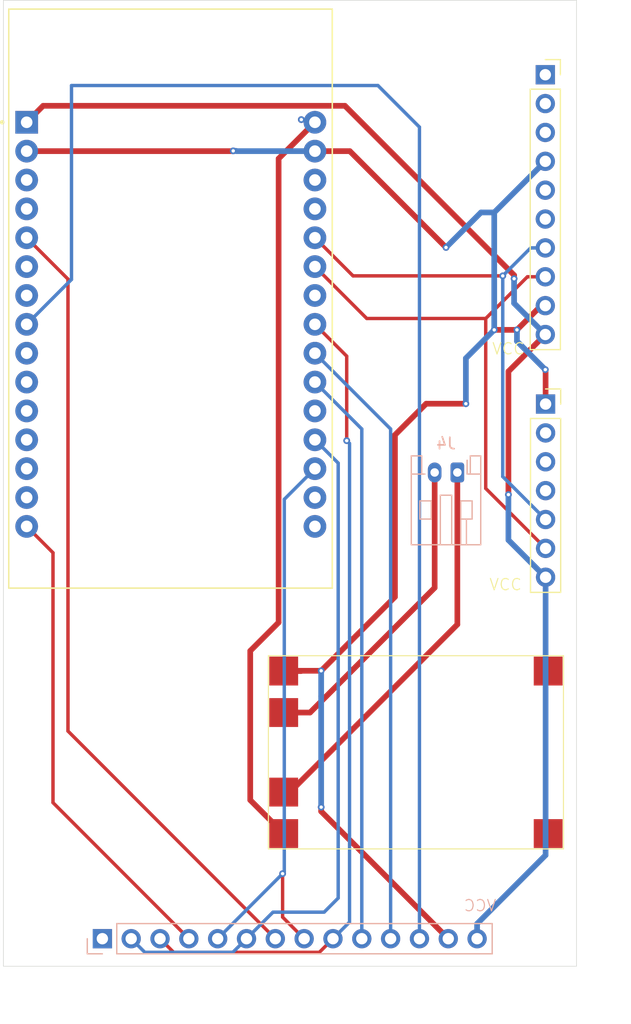
<source format=kicad_pcb>
(kicad_pcb (version 20240108) (generator "pcbnew") (generator_version "8.0")
  (layers (0 "F.Cu" signal) (31 "B.Cu" signal) (34 "B.Paste" user) (35 "F.Paste" user) (36 "B.SilkS" user "B.Silkscreen") (37 "F.SilkS" user "F.Silkscreen") (38 "B.Mask" user) (39 "F.Mask" user) (44 "Edge.Cuts" user))
  (net 0 "")
  (net 28 "/SCL")
  (net 29 "/GND")
  (net 30 "/3v3")
  (net 31 "/SDA")
  (net 32 "/MISO")
  (net 33 "/SCLK")
  (net 34 "/T_CS")
  (net 35 "/RESET")
  (net 36 "/MOSI")
  (net 37 "/DC")
  (net 38 "/CS")
  (net 39 "/BACKLIGHT")
  (net 40 "/B+")
  (net 41 "/B-")
  (net 42 "/BATOUT")
  (footprint "TP4056:TP4056" (layer "F.Cu") (at 134.1 103.925 -90)
    (property "Reference" "U2" (hide yes))
    (property "Value" "TP4056")
    (fp_line (start 0 0) (end 17 0) (stroke (width 0.1)) (layer "F.SilkS"))
    (fp_line (start 17 0) (end 17 -26) (stroke (width 0.1)) (layer "F.SilkS"))
    (fp_line (start 0 -26) (end 0 0) (stroke (width 0.1)) (layer "F.SilkS"))
    (fp_line (start 17 -26) (end 0 -26) (stroke (width 0.1)) (layer "F.SilkS"))
    (pad "B+" smd rect (at 12 -1.35 270) (size 2.54 2.54) (layers "F.Cu" "F.Paste" "F.Mask") (net 40 "/B+"))
    (pad "B-" smd rect (at 5 -1.35 270) (size 2.54 2.54) (layers "F.Cu" "F.Paste" "F.Mask") (net 41 "/B-"))
    (pad "IN+" smd rect (at 15.65 -24.65 270) (size 2.54 2.54) (layers "F.Cu" "F.Paste" "F.Mask"))
    (pad "IN-" smd rect (at 1.35 -24.65 270) (size 2.54 2.54) (layers "F.Cu" "F.Paste" "F.Mask"))
    (pad "OUT+" smd rect (at 15.65 -1.35 270) (size 2.54 2.54) (layers "F.Cu" "F.Paste" "F.Mask") (net 42 "/BATOUT"))
    (pad "OUT-" smd rect (at 1.35 -1.35 270) (size 2.54 2.54) (layers "F.Cu" "F.Paste" "F.Mask") (net 29 "/GND"))
  )
  (footprint "ESP32-DEVKIT-V1:MODULE_ESP32_DEVKIT_V1" (layer "F.Cu") (at 125.5 72.5)
    (property "Reference" "U1" (hide yes))
    (property "Value" "ESP32-DEVKIT-V1")
    (fp_line (start -14.28 -25.475) (end -3.211 -25.475) (stroke (width 0.127)) (layer "F.SilkS"))
    (fp_line (start -14.28 -25.475) (end 14.23 -25.475) (stroke (width 0.127)) (layer "F.SilkS"))
    (fp_line (start -14.28 25.475) (end -14.28 -25.475) (stroke (width 0.127)) (layer "F.SilkS"))
    (fp_line (start -14.28 25.475) (end -14.28 -25.475) (stroke (width 0.127)) (layer "F.SilkS"))
    (fp_line (start -14.28 25.475) (end -8.91 25.475) (stroke (width 0.127)) (layer "F.SilkS"))
    (fp_line (start -8.91 25.475) (end 8.78 25.475) (stroke (width 0.127)) (layer "F.SilkS"))
    (fp_line (start -3.211 -25.475) (end 3.5 -25.475) (stroke (width 0.127)) (layer "F.SilkS"))
    (fp_line (start 3.5 -25.475) (end 14.23 -25.475) (stroke (width 0.127)) (layer "F.SilkS"))
    (fp_line (start 8.78 25.475) (end 14.23 25.475) (stroke (width 0.127)) (layer "F.SilkS"))
    (fp_line (start 14.23 -25.475) (end 14.23 25.475) (stroke (width 0.127)) (layer "F.SilkS"))
    (fp_line (start 14.23 -25.475) (end 14.23 25.475) (stroke (width 0.127)) (layer "F.SilkS"))
    (fp_line (start 14.23 25.475) (end -14.28 25.475) (stroke (width 0.127)) (layer "F.SilkS"))
    (fp_circle (center -14.85 -15.515) (end -14.75 -15.515) (stroke (width 0.2)) (fill none) (layer "F.SilkS"))
    (pad "" np_thru_hole circle (at -12.28 -23.475) (size 3 3) (drill 3) (layers "*.Cu" "*.Mask"))
    (pad "" np_thru_hole circle (at -12.28 23.475) (size 3 3) (drill 3) (layers "*.Cu" "*.Mask"))
    (pad "" np_thru_hole circle (at 12.23 -23.475) (size 3 3) (drill 3) (layers "*.Cu" "*.Mask"))
    (pad "" np_thru_hole circle (at 12.23 23.475) (size 3 3) (drill 3) (layers "*.Cu" "*.Mask"))
    (pad "1" thru_hole rect (at -12.7 -15.515) (size 2 2) (drill 1.02) (layers "*.Cu" "*.Mask") (net 30 "/3v3"))
    (pad "2" thru_hole circle (at -12.7 -12.975) (size 2 2) (drill 1.02) (layers "*.Cu" "*.Mask") (net 29 "/GND"))
    (pad "3" thru_hole circle (at -12.7 -10.435) (size 2 2) (drill 1.02) (layers "*.Cu" "*.Mask"))
    (pad "4" thru_hole circle (at -12.7 -7.895) (size 2 2) (drill 1.02) (layers "*.Cu" "*.Mask"))
    (pad "5" thru_hole circle (at -12.7 -5.355) (size 2 2) (drill 1.02) (layers "*.Cu" "*.Mask") (net 39 "/BACKLIGHT"))
    (pad "6" thru_hole circle (at -12.7 -2.815) (size 2 2) (drill 1.02) (layers "*.Cu" "*.Mask"))
    (pad "7" thru_hole circle (at -12.7 -0.275) (size 2 2) (drill 1.02) (layers "*.Cu" "*.Mask"))
    (pad "8" thru_hole circle (at -12.7 2.265) (size 2 2) (drill 1.02) (layers "*.Cu" "*.Mask") (net 38 "/CS"))
    (pad "9" thru_hole circle (at -12.7 4.805) (size 2 2) (drill 1.02) (layers "*.Cu" "*.Mask"))
    (pad "10" thru_hole circle (at -12.7 7.345) (size 2 2) (drill 1.02) (layers "*.Cu" "*.Mask"))
    (pad "11" thru_hole circle (at -12.7 9.885) (size 2 2) (drill 1.02) (layers "*.Cu" "*.Mask"))
    (pad "12" thru_hole circle (at -12.7 12.425) (size 2 2) (drill 1.02) (layers "*.Cu" "*.Mask"))
    (pad "13" thru_hole circle (at -12.7 14.965) (size 2 2) (drill 1.02) (layers "*.Cu" "*.Mask"))
    (pad "14" thru_hole circle (at -12.7 17.505) (size 2 2) (drill 1.02) (layers "*.Cu" "*.Mask"))
    (pad "15" thru_hole circle (at -12.7 20.045) (size 2 2) (drill 1.02) (layers "*.Cu" "*.Mask") (net 34 "/T_CS"))
    (pad "16" thru_hole circle (at 12.7 20.045) (size 2 2) (drill 1.02) (layers "*.Cu" "*.Mask"))
    (pad "17" thru_hole circle (at 12.7 17.505) (size 2 2) (drill 1.02) (layers "*.Cu" "*.Mask"))
    (pad "18" thru_hole circle (at 12.7 14.965) (size 2 2) (drill 1.02) (layers "*.Cu" "*.Mask") (net 33 "/SCLK"))
    (pad "19" thru_hole circle (at 12.7 12.425) (size 2 2) (drill 1.02) (layers "*.Cu" "*.Mask") (net 32 "/MISO"))
    (pad "20" thru_hole circle (at 12.7 9.885) (size 2 2) (drill 1.02) (layers "*.Cu" "*.Mask"))
    (pad "21" thru_hole circle (at 12.7 7.345) (size 2 2) (drill 1.02) (layers "*.Cu" "*.Mask") (net 37 "/DC"))
    (pad "22" thru_hole circle (at 12.7 4.805) (size 2 2) (drill 1.02) (layers "*.Cu" "*.Mask") (net 35 "/RESET"))
    (pad "23" thru_hole circle (at 12.7 2.265) (size 2 2) (drill 1.02) (layers "*.Cu" "*.Mask") (net 36 "/MOSI"))
    (pad "24" thru_hole circle (at 12.7 -0.275) (size 2 2) (drill 1.02) (layers "*.Cu" "*.Mask"))
    (pad "25" thru_hole circle (at 12.7 -2.815) (size 2 2) (drill 1.02) (layers "*.Cu" "*.Mask") (net 28 "/SCL"))
    (pad "26" thru_hole circle (at 12.7 -5.355) (size 2 2) (drill 1.02) (layers "*.Cu" "*.Mask") (net 31 "/SDA"))
    (pad "27" thru_hole circle (at 12.7 -7.895) (size 2 2) (drill 1.02) (layers "*.Cu" "*.Mask"))
    (pad "28" thru_hole circle (at 12.7 -10.435) (size 2 2) (drill 1.02) (layers "*.Cu" "*.Mask"))
    (pad "29" thru_hole circle (at 12.7 -12.975) (size 2 2) (drill 1.02) (layers "*.Cu" "*.Mask") (net 29 "/GND"))
    (pad "30" thru_hole circle (at 12.7 -15.515) (size 2 2) (drill 1.02) (layers "*.Cu" "*.Mask") (net 42 "/BATOUT"))
  )
  (footprint "Connector_PinSocket_2.54mm:PinSocket_1x10_P2.54mm_Vertical" (layer "F.Cu") (at 158.5 52.8)
    (property "Reference" "J2" (hide yes))
    (property "Value" "Conn_01x10_Socket")
    (fp_line (start -1.33 1.27) (end -1.33 24.19) (stroke (width 0.12)) (layer "F.SilkS"))
    (fp_line (start -1.33 1.27) (end 1.33 1.27) (stroke (width 0.12)) (layer "F.SilkS"))
    (fp_line (start -1.33 24.19) (end 1.33 24.19) (stroke (width 0.12)) (layer "F.SilkS"))
    (fp_line (start 0 -1.33) (end 1.33 -1.33) (stroke (width 0.12)) (layer "F.SilkS"))
    (fp_line (start 1.33 -1.33) (end 1.33 0) (stroke (width 0.12)) (layer "F.SilkS"))
    (fp_line (start 1.33 1.27) (end 1.33 24.19) (stroke (width 0.12)) (layer "F.SilkS"))
    (pad "1" thru_hole rect (at 0 0) (size 1.7 1.7) (drill 1) (layers "*.Cu" "*.Mask"))
    (pad "2" thru_hole oval (at 0 2.54) (size 1.7 1.7) (drill 1) (layers "*.Cu" "*.Mask"))
    (pad "3" thru_hole oval (at 0 5.08) (size 1.7 1.7) (drill 1) (layers "*.Cu" "*.Mask"))
    (pad "4" thru_hole oval (at 0 7.62) (size 1.7 1.7) (drill 1) (layers "*.Cu" "*.Mask") (net 29 "/GND"))
    (pad "5" thru_hole oval (at 0 10.16) (size 1.7 1.7) (drill 1) (layers "*.Cu" "*.Mask"))
    (pad "6" thru_hole oval (at 0 12.7) (size 1.7 1.7) (drill 1) (layers "*.Cu" "*.Mask"))
    (pad "7" thru_hole oval (at 0 15.24) (size 1.7 1.7) (drill 1) (layers "*.Cu" "*.Mask") (net 31 "/SDA"))
    (pad "8" thru_hole oval (at 0 17.78) (size 1.7 1.7) (drill 1) (layers "*.Cu" "*.Mask") (net 28 "/SCL"))
    (pad "9" thru_hole oval (at 0 20.32) (size 1.7 1.7) (drill 1) (layers "*.Cu" "*.Mask") (net 29 "/GND"))
    (pad "10" thru_hole oval (at 0 22.86) (size 1.7 1.7) (drill 1) (layers "*.Cu" "*.Mask") (net 30 "/3v3"))
  )
  (footprint "Connector_PinSocket_2.54mm:PinSocket_1x07_P2.54mm_Vertical" (layer "F.Cu") (at 158.525 81.78)
    (property "Reference" "J1" (hide yes))
    (property "Value" "Conn_01x07_Socket")
    (fp_line (start -1.33 1.27) (end -1.33 16.57) (stroke (width 0.12)) (layer "F.SilkS"))
    (fp_line (start -1.33 1.27) (end 1.33 1.27) (stroke (width 0.12)) (layer "F.SilkS"))
    (fp_line (start -1.33 16.57) (end 1.33 16.57) (stroke (width 0.12)) (layer "F.SilkS"))
    (fp_line (start 0 -1.33) (end 1.33 -1.33) (stroke (width 0.12)) (layer "F.SilkS"))
    (fp_line (start 1.33 -1.33) (end 1.33 0) (stroke (width 0.12)) (layer "F.SilkS"))
    (fp_line (start 1.33 1.27) (end 1.33 16.57) (stroke (width 0.12)) (layer "F.SilkS"))
    (pad "1" thru_hole rect (at 0 0) (size 1.7 1.7) (drill 1) (layers "*.Cu" "*.Mask") (net 29 "/GND"))
    (pad "2" thru_hole oval (at 0 2.54) (size 1.7 1.7) (drill 1) (layers "*.Cu" "*.Mask"))
    (pad "3" thru_hole oval (at 0 5.08) (size 1.7 1.7) (drill 1) (layers "*.Cu" "*.Mask"))
    (pad "4" thru_hole oval (at 0 7.62) (size 1.7 1.7) (drill 1) (layers "*.Cu" "*.Mask"))
    (pad "5" thru_hole oval (at 0 10.16) (size 1.7 1.7) (drill 1) (layers "*.Cu" "*.Mask") (net 31 "/SDA"))
    (pad "6" thru_hole oval (at 0 12.7) (size 1.7 1.7) (drill 1) (layers "*.Cu" "*.Mask") (net 28 "/SCL"))
    (pad "7" thru_hole oval (at 0 15.24) (size 1.7 1.7) (drill 1) (layers "*.Cu" "*.Mask") (net 30 "/3v3"))
  )
  (footprint "Connector_JST:JST_PH_S2B-PH-K_1x02_P2.00mm_Horizontal" (layer "B.Cu") (at 150.75 87.8 180)
    (property "Reference" "J4" (at 1 2.55 0) (layer "B.SilkS") (effects (justify mirror)))
    (property "Value" "Conn_01x02_Pin")
    (fp_line (start 4.06 1.46) (end 4.06 -6.36) (stroke (width 0.12)) (layer "B.SilkS"))
    (fp_line (start 4.06 -6.36) (end -2.06 -6.36) (stroke (width 0.12)) (layer "B.SilkS"))
    (fp_line (start 3.3 -2.5) (end 2.3 -2.5) (stroke (width 0.12)) (layer "B.SilkS"))
    (fp_line (start 3.3 -4.1) (end 3.3 -2.5) (stroke (width 0.12)) (layer "B.SilkS"))
    (fp_line (start 3.14 1.46) (end 4.06 1.46) (stroke (width 0.12)) (layer "B.SilkS"))
    (fp_line (start 3.14 -0.14) (end 4.06 -0.14) (stroke (width 0.12)) (layer "B.SilkS"))
    (fp_line (start 3.14 -0.14) (end 3.14 1.46) (stroke (width 0.12)) (layer "B.SilkS"))
    (fp_line (start 2.86 -0.14) (end 3.14 -0.14) (stroke (width 0.12)) (layer "B.SilkS"))
    (fp_line (start 2.3 -2.5) (end 2.3 -4.1) (stroke (width 0.12)) (layer "B.SilkS"))
    (fp_line (start 2.3 -4.1) (end 3.3 -4.1) (stroke (width 0.12)) (layer "B.SilkS"))
    (fp_line (start 1.5 -2) (end 0.5 -2) (stroke (width 0.12)) (layer "B.SilkS"))
    (fp_line (start 1.5 -6.36) (end 1.5 -2) (stroke (width 0.12)) (layer "B.SilkS"))
    (fp_line (start 0.5 -2) (end 0.5 -6.36) (stroke (width 0.12)) (layer "B.SilkS"))
    (fp_line (start -0.3 -2.5) (end -0.3 -4.1) (stroke (width 0.12)) (layer "B.SilkS"))
    (fp_line (start -0.3 -4.1) (end -1.3 -4.1) (stroke (width 0.12)) (layer "B.SilkS"))
    (fp_line (start -0.3 -6.36) (end -0.3 -4.1) (stroke (width 0.12)) (layer "B.SilkS"))
    (fp_line (start -0.8 -6.36) (end -0.8 -4.1) (stroke (width 0.12)) (layer "B.SilkS"))
    (fp_line (start -0.86 1.075) (end -0.86 -0.14) (stroke (width 0.12)) (layer "B.SilkS"))
    (fp_line (start -1.14 1.46) (end -1.14 -0.14) (stroke (width 0.12)) (layer "B.SilkS"))
    (fp_line (start -1.14 -0.14) (end -0.86 -0.14) (stroke (width 0.12)) (layer "B.SilkS"))
    (fp_line (start -1.14 -0.14) (end -2.06 -0.14) (stroke (width 0.12)) (layer "B.SilkS"))
    (fp_line (start -1.3 -2.5) (end -0.3 -2.5) (stroke (width 0.12)) (layer "B.SilkS"))
    (fp_line (start -1.3 -4.1) (end -1.3 -2.5) (stroke (width 0.12)) (layer "B.SilkS"))
    (fp_line (start -2.06 1.46) (end -1.14 1.46) (stroke (width 0.12)) (layer "B.SilkS"))
    (fp_line (start -2.06 -6.36) (end -2.06 1.46) (stroke (width 0.12)) (layer "B.SilkS"))
    (pad "1" thru_hole roundrect (at 0 0 180) (size 1.2 1.75) (drill 0.75) (layers "*.Cu" "*.Mask") (roundrect_rratio 0.208333) (net 40 "/B+"))
    (pad "2" thru_hole oval (at 2 0 180) (size 1.2 1.75) (drill 0.75) (layers "*.Cu" "*.Mask") (net 41 "/B-"))
  )
  (footprint "Connector_PinSocket_2.54mm:PinSocket_1x14_P2.54mm_Vertical" (layer "B.Cu") (at 119.47 128.825 -90)
    (property "Reference" "J3" (hide yes))
    (property "Value" "Conn_01x14_Socket")
    (fp_line (start 1.33 1.33) (end 0 1.33) (stroke (width 0.12)) (layer "B.SilkS"))
    (fp_line (start 1.33 0) (end 1.33 1.33) (stroke (width 0.12)) (layer "B.SilkS"))
    (fp_line (start 1.33 -1.27) (end -1.33 -1.27) (stroke (width 0.12)) (layer "B.SilkS"))
    (fp_line (start -1.33 -34.35) (end -1.33 -1.27) (stroke (width 0.12)) (layer "B.SilkS"))
    (fp_line (start 1.33 -34.35) (end 1.33 -1.27) (stroke (width 0.12)) (layer "B.SilkS"))
    (fp_line (start 1.33 -34.35) (end -1.33 -34.35) (stroke (width 0.12)) (layer "B.SilkS"))
    (pad "1" thru_hole rect (at 0 0 270) (size 1.7 1.7) (drill 1) (layers "*.Cu" "*.Mask"))
    (pad "2" thru_hole oval (at 0 -2.54 270) (size 1.7 1.7) (drill 1) (layers "*.Cu" "*.Mask") (net 32 "/MISO"))
    (pad "3" thru_hole oval (at 0 -5.08 270) (size 1.7 1.7) (drill 1) (layers "*.Cu" "*.Mask") (net 36 "/MOSI"))
    (pad "4" thru_hole oval (at 0 -7.62 270) (size 1.7 1.7) (drill 1) (layers "*.Cu" "*.Mask") (net 34 "/T_CS"))
    (pad "5" thru_hole oval (at 0 -10.16 270) (size 1.7 1.7) (drill 1) (layers "*.Cu" "*.Mask") (net 33 "/SCLK"))
    (pad "6" thru_hole oval (at 0 -12.7 270) (size 1.7 1.7) (drill 1) (layers "*.Cu" "*.Mask") (net 32 "/MISO"))
    (pad "7" thru_hole oval (at 0 -15.24 270) (size 1.7 1.7) (drill 1) (layers "*.Cu" "*.Mask") (net 39 "/BACKLIGHT"))
    (pad "8" thru_hole oval (at 0 -17.78 270) (size 1.7 1.7) (drill 1) (layers "*.Cu" "*.Mask") (net 33 "/SCLK"))
    (pad "9" thru_hole oval (at 0 -20.32 270) (size 1.7 1.7) (drill 1) (layers "*.Cu" "*.Mask") (net 36 "/MOSI"))
    (pad "10" thru_hole oval (at 0 -22.86 270) (size 1.7 1.7) (drill 1) (layers "*.Cu" "*.Mask") (net 37 "/DC"))
    (pad "11" thru_hole oval (at 0 -25.4 270) (size 1.7 1.7) (drill 1) (layers "*.Cu" "*.Mask") (net 35 "/RESET"))
    (pad "12" thru_hole oval (at 0 -27.94 270) (size 1.7 1.7) (drill 1) (layers "*.Cu" "*.Mask") (net 38 "/CS"))
    (pad "13" thru_hole oval (at 0 -30.48 270) (size 1.7 1.7) (drill 1) (layers "*.Cu" "*.Mask") (net 29 "/GND"))
    (pad "14" thru_hole oval (at 0 -33.02 270) (size 1.7 1.7) (drill 1) (layers "*.Cu" "*.Mask") (net 30 "/3v3"))
  )
  (gr_rect (start 110.75 46.25) (end 161.25 131.25) (stroke (width 0.05)) (fill none) (layer "Edge.Cuts"))
  (gr_text "VCC" (at 154.25 126.5 -0) (layer "B.SilkS") (effects (font (size 1 1) (thickness 0.1)) (justify left bottom mirror)))
  (gr_text "VCC" (at 153.5 98.25 0) (layer "F.SilkS") (effects (font (size 1 1) (thickness 0.1)) (justify left bottom)))
  (gr_text "VCC" (at 153.75 77.5 0) (layer "F.SilkS") (effects (font (size 1 1) (thickness 0.1)) (justify left bottom)))
  (segment (start 153.75 73.75) (end 156.92 70.58) (width 0.3) (layer "F.Cu") (net 28))
  (segment (start 153.25 89.205) (end 153.25 74.25) (width 0.3) (layer "F.Cu") (net 28))
  (segment (start 156.92 70.58) (end 158.5 70.58) (width 0.3) (layer "F.Cu") (net 28))
  (segment (start 142.765 74.25) (end 138.2 69.685) (width 0.3) (layer "F.Cu") (net 28))
  (segment (start 153.25 74.25) (end 153.75 73.75) (width 0.3) (layer "F.Cu") (net 28))
  (segment (start 158.525 94.48) (end 153.25 89.205) (width 0.3) (layer "F.Cu") (net 28))
  (segment (start 153.25 74.25) (end 142.765 74.25) (width 0.3) (layer "F.Cu") (net 28))
  (segment (start 138.75 105.25) (end 137 105.25) (width 0.5) (layer "F.Cu") (net 29))
  (segment (start 148 81.75) (end 151.5 81.75) (width 0.5) (layer "F.Cu") (net 29))
  (segment (start 138.2 59.525) (end 141.275 59.525) (width 0.5) (layer "F.Cu") (net 29))
  (segment (start 145.25 98.75) (end 145.25 84.5) (width 0.5) (layer "F.Cu") (net 29))
  (segment (start 149.95 128.825) (end 138.75 117.625) (width 0.5) (layer "F.Cu") (net 29))
  (segment (start 158.13 73.12) (end 156 75.25) (width 0.5) (layer "F.Cu") (net 29))
  (segment (start 135.45 105.275) (end 136.975 105.275) (width 0.5) (layer "F.Cu") (net 29))
  (segment (start 158.525 81.78) (end 158.525 78.775) (width 0.5) (layer "F.Cu") (net 29))
  (segment (start 146.25 83.5) (end 148 81.75) (width 0.5) (layer "F.Cu") (net 29))
  (segment (start 156 75.25) (end 154 75.25) (width 0.5) (layer "F.Cu") (net 29))
  (segment (start 112.8 59.525) (end 130.975 59.525) (width 0.5) (layer "F.Cu") (net 29))
  (segment (start 145.25 84.5) (end 146.25 83.5) (width 0.5) (layer "F.Cu") (net 29))
  (segment (start 137 105.25) (end 136.025 105.25) (width 0.5) (layer "F.Cu") (net 29))
  (segment (start 136.975 105.275) (end 137 105.25) (width 0.5) (layer "F.Cu") (net 29))
  (segment (start 158.525 78.775) (end 158.5 78.75) (width 0.5) (layer "F.Cu") (net 29))
  (segment (start 158.5 73.12) (end 158.13 73.12) (width 0.5) (layer "F.Cu") (net 29))
  (segment (start 130.975 59.525) (end 131 59.5) (width 0.5) (layer "F.Cu") (net 29))
  (segment (start 141.275 59.525) (end 149.75 68) (width 0.5) (layer "F.Cu") (net 29))
  (segment (start 136.025 105.25) (end 136 105.275) (width 0.5) (layer "F.Cu") (net 29))
  (segment (start 138.75 105.25) (end 145.25 98.75) (width 0.5) (layer "F.Cu") (net 29))
  (segment (start 138.75 117.625) (end 138.75 117.25) (width 0.5) (layer "F.Cu") (net 29))
  (via (at 149.75 68) (size 0.6) (drill 0.3) (layers "F.Cu" "B.Cu") (net 29))
  (via (at 131 59.5) (size 0.6) (drill 0.3) (layers "F.Cu" "B.Cu") (net 29))
  (via (at 156 75.25) (size 0.6) (drill 0.3) (layers "F.Cu" "B.Cu") (net 29))
  (via (at 154 75.25) (size 0.6) (drill 0.3) (layers "F.Cu" "B.Cu") (net 29))
  (via (at 158.5 78.75) (size 0.6) (drill 0.3) (layers "F.Cu" "B.Cu") (net 29))
  (via (at 138.75 105.25) (size 0.6) (drill 0.3) (layers "F.Cu" "B.Cu") (net 29))
  (via (at 138.75 117.25) (size 0.6) (drill 0.3) (layers "F.Cu" "B.Cu") (net 29))
  (via (at 151.5 81.75) (size 0.6) (drill 0.3) (layers "F.Cu" "B.Cu") (net 29))
  (segment (start 154 75.25) (end 151.5 77.75) (width 0.5) (layer "B.Cu") (net 29))
  (segment (start 138.75 117.25) (end 138.75 107.5) (width 0.5) (layer "B.Cu") (net 29))
  (segment (start 154 64.92) (end 158.5 60.42) (width 0.5) (layer "B.Cu") (net 29))
  (segment (start 156 76.25) (end 156 75.25) (width 0.5) (layer "B.Cu") (net 29))
  (segment (start 149.75 68) (end 152.83 64.92) (width 0.5) (layer "B.Cu") (net 29))
  (segment (start 152.83 64.92) (end 154 64.92) (width 0.5) (layer "B.Cu") (net 29))
  (segment (start 158.5 78.75) (end 156 76.25) (width 0.5) (layer "B.Cu") (net 29))
  (segment (start 131.275 59.525) (end 138.2 59.525) (width 0.5) (layer "B.Cu") (net 29))
  (segment (start 131 59.5) (end 131.25 59.5) (width 0.5) (layer "B.Cu") (net 29))
  (segment (start 138.75 107.5) (end 138.75 105.25) (width 0.5) (layer "B.Cu") (net 29))
  (segment (start 131.25 59.5) (end 131.275 59.525) (width 0.5) (layer "B.Cu") (net 29))
  (segment (start 151.5 77.75) (end 151.5 81.75) (width 0.5) (layer "B.Cu") (net 29))
  (segment (start 154 75.25) (end 154 64.92) (width 0.5) (layer "B.Cu") (net 29))
  (segment (start 155.25 78.91) (end 155.25 89.75) (width 0.5) (layer "F.Cu") (net 30))
  (segment (start 155.75 70.75) (end 155.75 70.439339) (width 0.5) (layer "F.Cu") (net 30))
  (segment (start 158.5 75.66) (end 155.25 78.91) (width 0.5) (layer "F.Cu") (net 30))
  (segment (start 114.25 55.535) (end 112.8 56.985) (width 0.5) (layer "F.Cu") (net 30))
  (segment (start 155.75 70.439339) (end 140.845661 55.535) (width 0.5) (layer "F.Cu") (net 30))
  (segment (start 140.845661 55.535) (end 114.25 55.535) (width 0.5) (layer "F.Cu") (net 30))
  (via (at 155.25 89.75) (size 0.6) (drill 0.3) (layers "F.Cu" "B.Cu") (net 30))
  (via (at 155.75 70.75) (size 0.6) (drill 0.3) (layers "F.Cu" "B.Cu") (net 30))
  (segment (start 155.25 93.745) (end 158.525 97.02) (width 0.5) (layer "B.Cu") (net 30))
  (segment (start 158.525 121.475) (end 158.525 97.02) (width 0.5) (layer "B.Cu") (net 30))
  (segment (start 152.49 127.51) (end 158.525 121.475) (width 0.5) (layer "B.Cu") (net 30))
  (segment (start 152.49 128.825) (end 152.49 127.51) (width 0.5) (layer "B.Cu") (net 30))
  (segment (start 158.5 75.66) (end 155.75 72.91) (width 0.5) (layer "B.Cu") (net 30))
  (segment (start 155.75 72.91) (end 155.75 70.75) (width 0.5) (layer "B.Cu") (net 30))
  (segment (start 155.25 89.75) (end 155.25 93.745) (width 0.5) (layer "B.Cu") (net 30))
  (segment (start 141.555 70.5) (end 138.2 67.145) (width 0.3) (layer "F.Cu") (net 31))
  (segment (start 154.75 70.5) (end 141.555 70.5) (width 0.3) (layer "F.Cu") (net 31))
  (via (at 154.75 70.5) (size 0.6) (drill 0.3) (layers "F.Cu" "B.Cu") (net 31))
  (segment (start 154.75 88.165) (end 154.75 70.5) (width 0.3) (layer "B.Cu") (net 31))
  (segment (start 154.75 70.5) (end 157.21 68.04) (width 0.3) (layer "B.Cu") (net 31))
  (segment (start 157.21 68.04) (end 158.5 68.04) (width 0.3) (layer "B.Cu") (net 31))
  (segment (start 158.525 91.94) (end 154.75 88.165) (width 0.3) (layer "B.Cu") (net 31))
  (segment (start 140.25 125.25) (end 140.25 86.975) (width 0.3) (layer "B.Cu") (net 32))
  (segment (start 122.01 128.825) (end 123.21 130.025) (width 0.3) (layer "B.Cu") (net 32))
  (segment (start 130.97 130.025) (end 132.17 128.825) (width 0.3) (layer "B.Cu") (net 32))
  (segment (start 139.01 126.49) (end 140.25 125.25) (width 0.3) (layer "B.Cu") (net 32))
  (segment (start 132.17 128.825) (end 134.505 126.49) (width 0.3) (layer "B.Cu") (net 32))
  (segment (start 123.21 130.025) (end 130.97 130.025) (width 0.3) (layer "B.Cu") (net 32))
  (segment (start 140.25 86.975) (end 138.2 84.925) (width 0.3) (layer "B.Cu") (net 32))
  (segment (start 134.505 126.49) (end 139.01 126.49) (width 0.3) (layer "B.Cu") (net 32))
  (segment (start 135.3525 126.9275) (end 135.3525 123.1025) (width 0.3) (layer "F.Cu") (net 33))
  (segment (start 137.25 128.825) (end 135.3525 126.9275) (width 0.3) (layer "F.Cu") (net 33))
  (via (at 135.3525 123.1025) (size 0.6) (drill 0.3) (layers "F.Cu" "B.Cu") (net 33))
  (segment (start 129.63 128.825) (end 135.3525 123.1025) (width 0.3) (layer "B.Cu") (net 33))
  (segment (start 135.3525 123.1025) (end 135.5 122.955) (width 0.3) (layer "B.Cu") (net 33))
  (segment (start 135.5 122.955) (end 135.5 90.165) (width 0.3) (layer "B.Cu") (net 33))
  (segment (start 135.5 90.165) (end 138.2 87.465) (width 0.3) (layer "B.Cu") (net 33))
  (segment (start 115.12 94.865) (end 112.8 92.545) (width 0.3) (layer "F.Cu") (net 34))
  (segment (start 115.12 116.855) (end 115.12 94.865) (width 0.3) (layer "F.Cu") (net 34))
  (segment (start 127.09 128.825) (end 115.12 116.855) (width 0.3) (layer "F.Cu") (net 34))
  (segment (start 144.87 128.825) (end 144.87 83.975) (width 0.3) (layer "B.Cu") (net 35))
  (segment (start 144.87 83.975) (end 138.2 77.305) (width 0.3) (layer "B.Cu") (net 35))
  (segment (start 141 85) (end 141 77.565) (width 0.3) (layer "F.Cu") (net 36))
  (segment (start 138.59 130.025) (end 139.79 128.825) (width 0.3) (layer "F.Cu") (net 36))
  (segment (start 125.75 130.025) (end 138.59 130.025) (width 0.3) (layer "F.Cu") (net 36))
  (segment (start 124.55 128.825) (end 125.75 130.025) (width 0.3) (layer "F.Cu") (net 36))
  (segment (start 141 77.565) (end 138.2 74.765) (width 0.3) (layer "F.Cu") (net 36))
  (via (at 141 85) (size 0.6) (drill 0.3) (layers "F.Cu" "B.Cu") (net 36))
  (segment (start 141.25 85.25) (end 141 85) (width 0.3) (layer "B.Cu") (net 36))
  (segment (start 141.25 127.365) (end 141.25 85.25) (width 0.3) (layer "B.Cu") (net 36))
  (segment (start 139.79 128.825) (end 141.25 127.365) (width 0.3) (layer "B.Cu") (net 36))
  (segment (start 142.33 83.975) (end 138.2 79.845) (width 0.3) (layer "B.Cu") (net 37))
  (segment (start 142.33 128.825) (end 142.33 83.975) (width 0.3) (layer "B.Cu") (net 37))
  (segment (start 143.75 53.75) (end 116.75 53.75) (width 0.3) (layer "B.Cu") (net 38))
  (segment (start 147.41 128.825) (end 147.41 57.41) (width 0.3) (layer "B.Cu") (net 38))
  (segment (start 116.75 70.815) (end 112.8 74.765) (width 0.3) (layer "B.Cu") (net 38))
  (segment (start 147.41 57.41) (end 143.75 53.75) (width 0.3) (layer "B.Cu") (net 38))
  (segment (start 116.75 53.75) (end 116.75 70.815) (width 0.3) (layer "B.Cu") (net 38))
  (segment (start 116.44 70.785) (end 112.8 67.145) (width 0.3) (layer "F.Cu") (net 39))
  (segment (start 134.71 128.825) (end 116.44 110.555) (width 0.3) (layer "F.Cu") (net 39))
  (segment (start 116.44 110.555) (end 116.44 70.785) (width 0.3) (layer "F.Cu") (net 39))
  (segment (start 136 115.925) (end 150.75 101.175) (width 0.5) (layer "F.Cu") (net 40))
  (segment (start 135.45 115.925) (end 136 115.925) (width 0.5) (layer "F.Cu") (net 40))
  (segment (start 150.75 101.175) (end 150.75 87.8) (width 0.5) (layer "F.Cu") (net 40))
  (segment (start 137.77 108.925) (end 148.75 97.945) (width 0.5) (layer "F.Cu") (net 41))
  (segment (start 135.45 108.925) (end 137.77 108.925) (width 0.5) (layer "F.Cu") (net 41))
  (segment (start 148.75 97.945) (end 148.75 87.8) (width 0.5) (layer "F.Cu") (net 41))
  (segment (start 132.5 103.5) (end 135 101) (width 0.5) (layer "F.Cu") (net 42))
  (segment (start 132.5 116.625) (end 132.5 103.5) (width 0.5) (layer "F.Cu") (net 42))
  (segment (start 135 60.185) (end 138.2 56.985) (width 0.5) (layer "F.Cu") (net 42))
  (segment (start 135 101) (end 135 60.185) (width 0.5) (layer "F.Cu") (net 42))
  (segment (start 135.45 119.575) (end 132.5 116.625) (width 0.5) (layer "F.Cu") (net 42))
  (via (at 137 56.75) (size 0.6) (drill 0.3) (layers "F.Cu" "B.Cu") (net 42))
  (segment (start 137 56.75) (end 137.015 56.735) (width 0.5) (layer "B.Cu") (net 42))
)
</source>
